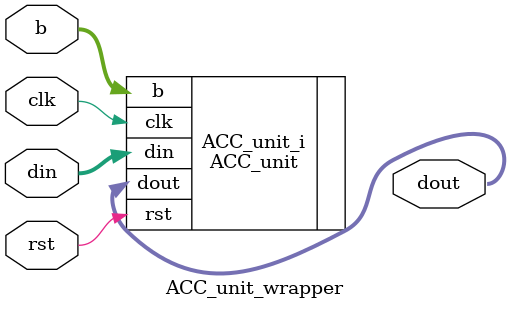
<source format=v>
`timescale 1 ps / 1 ps

module ACC_unit_wrapper
   (b,
    clk,
    din,
    dout,
    rst);
  input [7:0]b;
  input clk;
  input [19:0]din;
  output [21:0]dout;
  input rst;

  wire [7:0]b;
  wire clk;
  wire [19:0]din;
  wire [21:0]dout;
  wire rst;

  ACC_unit ACC_unit_i
       (.b(b),
        .clk(clk),
        .din(din),
        .dout(dout),
        .rst(rst));
endmodule

</source>
